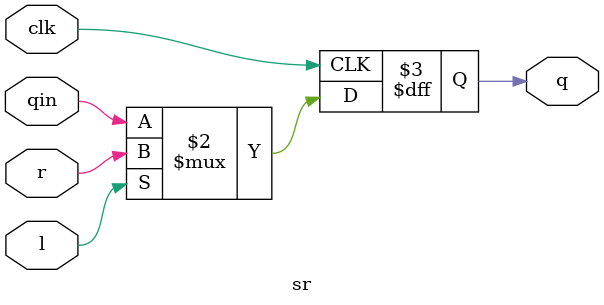
<source format=v>
module top_module (
	input [2:0] SW,      // R
	input [1:0] KEY,     // L and clk
	output [2:0] LEDR);  // Q
    sr s1(KEY[0],SW[0],KEY[1],LEDR[2],LEDR[0]);
    sr s2(KEY[0],SW[1],KEY[1],LEDR[0],LEDR[1]);
    sr s3(KEY[0],SW[2],KEY[1],LEDR[1]^LEDR[2],LEDR[2]);

endmodule
module sr(
    input clk,r,l,qin,
    output reg q);
    always@(posedge clk)
        begin
            q<=l?r:qin;
        end
    
endmodule
            

</source>
